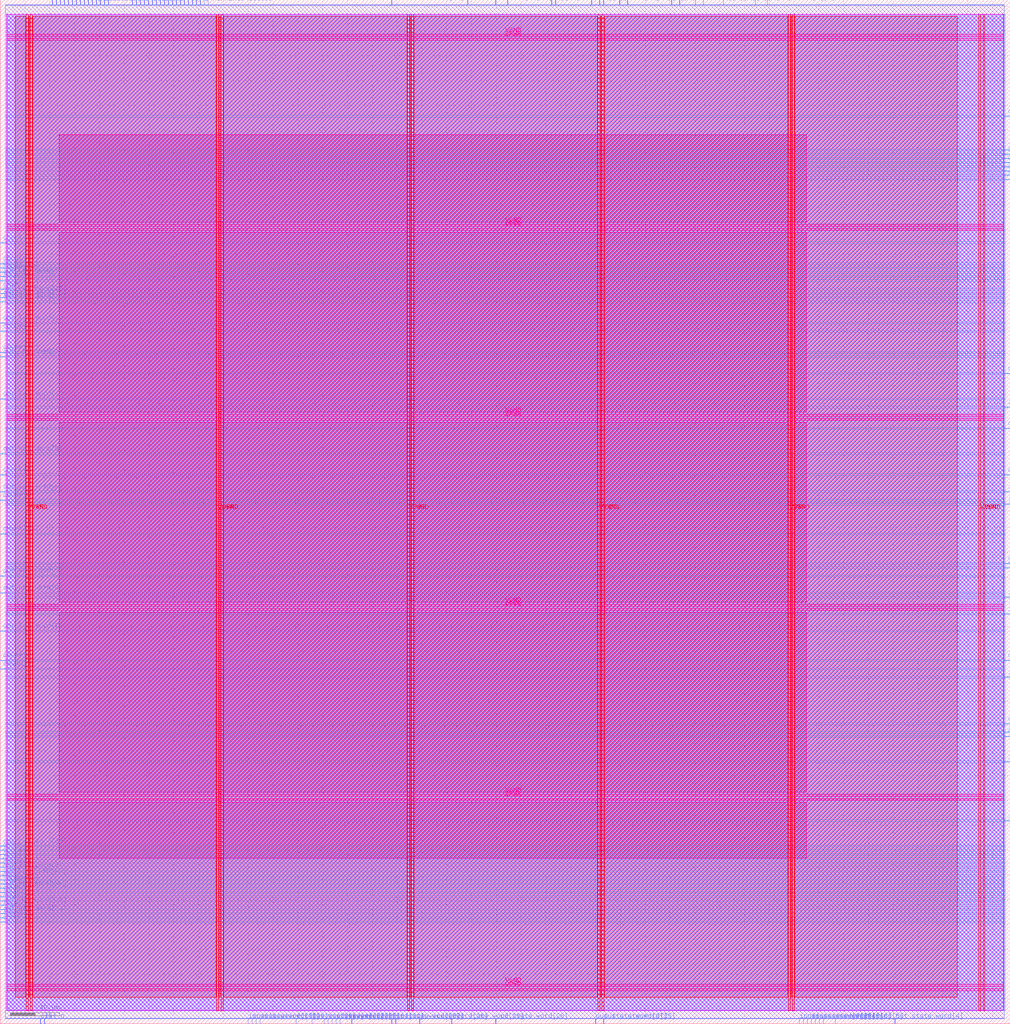
<source format=lef>
VERSION 5.7 ;
  NOWIREEXTENSIONATPIN ON ;
  DIVIDERCHAR "/" ;
  BUSBITCHARS "[]" ;
MACRO asic_top
  CLASS BLOCK ;
  FOREIGN asic_top ;
  ORIGIN 0.000 0.000 ;
  SIZE 814.290 BY 825.010 ;
  PIN VGND
    DIRECTION INOUT ;
    USE GROUND ;
    PORT
      LAYER met4 ;
        RECT 24.340 10.640 25.940 813.520 ;
    END
    PORT
      LAYER met4 ;
        RECT 177.940 10.640 179.540 813.520 ;
    END
    PORT
      LAYER met4 ;
        RECT 331.540 10.640 333.140 813.520 ;
    END
    PORT
      LAYER met4 ;
        RECT 485.140 10.640 486.740 813.520 ;
    END
    PORT
      LAYER met4 ;
        RECT 638.740 10.640 640.340 813.520 ;
    END
    PORT
      LAYER met4 ;
        RECT 792.340 10.640 793.940 813.520 ;
    END
    PORT
      LAYER met5 ;
        RECT 5.280 30.030 808.920 31.630 ;
    END
    PORT
      LAYER met5 ;
        RECT 5.280 183.210 808.920 184.810 ;
    END
    PORT
      LAYER met5 ;
        RECT 5.280 336.390 808.920 337.990 ;
    END
    PORT
      LAYER met5 ;
        RECT 5.280 489.570 808.920 491.170 ;
    END
    PORT
      LAYER met5 ;
        RECT 5.280 642.750 808.920 644.350 ;
    END
    PORT
      LAYER met5 ;
        RECT 5.280 795.930 808.920 797.530 ;
    END
  END VGND
  PIN VPWR
    DIRECTION INOUT ;
    USE POWER ;
    PORT
      LAYER met4 ;
        RECT 21.040 10.640 22.640 813.520 ;
    END
    PORT
      LAYER met4 ;
        RECT 174.640 10.640 176.240 813.520 ;
    END
    PORT
      LAYER met4 ;
        RECT 328.240 10.640 329.840 813.520 ;
    END
    PORT
      LAYER met4 ;
        RECT 481.840 10.640 483.440 813.520 ;
    END
    PORT
      LAYER met4 ;
        RECT 635.440 10.640 637.040 813.520 ;
    END
    PORT
      LAYER met4 ;
        RECT 789.040 10.640 790.640 813.520 ;
    END
    PORT
      LAYER met5 ;
        RECT 5.280 26.730 808.920 28.330 ;
    END
    PORT
      LAYER met5 ;
        RECT 5.280 179.910 808.920 181.510 ;
    END
    PORT
      LAYER met5 ;
        RECT 5.280 333.090 808.920 334.690 ;
    END
    PORT
      LAYER met5 ;
        RECT 5.280 486.270 808.920 487.870 ;
    END
    PORT
      LAYER met5 ;
        RECT 5.280 639.450 808.920 641.050 ;
    END
    PORT
      LAYER met5 ;
        RECT 5.280 792.630 808.920 794.230 ;
    END
  END VPWR
  PIN busy
    DIRECTION OUTPUT ;
    USE SIGNAL ;
    ANTENNADIFFAREA 0.445500 ;
    PORT
      LAYER met2 ;
        RECT 122.450 821.010 122.730 825.010 ;
    END
  END busy
  PIN chunk[0]
    DIRECTION INPUT ;
    USE SIGNAL ;
    ANTENNAGATEAREA 0.196500 ;
    PORT
      LAYER met3 ;
        RECT 0.000 292.440 4.000 293.040 ;
    END
  END chunk[0]
  PIN chunk[10]
    DIRECTION INPUT ;
    USE SIGNAL ;
    ANTENNAGATEAREA 0.196500 ;
    PORT
      LAYER met3 ;
        RECT 0.000 540.640 4.000 541.240 ;
    END
  END chunk[10]
  PIN chunk[11]
    DIRECTION INPUT ;
    USE SIGNAL ;
    ANTENNAGATEAREA 0.196500 ;
    PORT
      LAYER met3 ;
        RECT 0.000 557.640 4.000 558.240 ;
    END
  END chunk[11]
  PIN chunk[12]
    DIRECTION INPUT ;
    USE SIGNAL ;
    ANTENNAGATEAREA 0.196500 ;
    PORT
      LAYER met3 ;
        RECT 0.000 598.440 4.000 599.040 ;
    END
  END chunk[12]
  PIN chunk[13]
    DIRECTION INPUT ;
    USE SIGNAL ;
    ANTENNAGATEAREA 0.196500 ;
    PORT
      LAYER met3 ;
        RECT 0.000 629.040 4.000 629.640 ;
    END
  END chunk[13]
  PIN chunk[14]
    DIRECTION INPUT ;
    USE SIGNAL ;
    ANTENNAGATEAREA 0.196500 ;
    PORT
      LAYER met3 ;
        RECT 0.000 612.040 4.000 612.640 ;
    END
  END chunk[14]
  PIN chunk[15]
    DIRECTION INPUT ;
    USE SIGNAL ;
    ANTENNAGATEAREA 0.196500 ;
    PORT
      LAYER met2 ;
        RECT 87.030 821.010 87.310 825.010 ;
    END
  END chunk[15]
  PIN chunk[16]
    DIRECTION INPUT ;
    USE SIGNAL ;
    ANTENNAGATEAREA 0.196500 ;
    PORT
      LAYER met3 ;
        RECT 0.000 605.240 4.000 605.840 ;
    END
  END chunk[16]
  PIN chunk[17]
    DIRECTION INPUT ;
    USE SIGNAL ;
    ANTENNAGATEAREA 0.196500 ;
    PORT
      LAYER met2 ;
        RECT 106.350 821.010 106.630 825.010 ;
    END
  END chunk[17]
  PIN chunk[18]
    DIRECTION INPUT ;
    USE SIGNAL ;
    ANTENNAGATEAREA 0.196500 ;
    PORT
      LAYER met3 ;
        RECT 0.000 608.640 4.000 609.240 ;
    END
  END chunk[18]
  PIN chunk[19]
    DIRECTION INPUT ;
    USE SIGNAL ;
    ANTENNAGATEAREA 0.196500 ;
    PORT
      LAYER met2 ;
        RECT 112.790 821.010 113.070 825.010 ;
    END
  END chunk[19]
  PIN chunk[1]
    DIRECTION INPUT ;
    USE SIGNAL ;
    ANTENNAGATEAREA 0.196500 ;
    PORT
      LAYER met3 ;
        RECT 0.000 285.640 4.000 286.240 ;
    END
  END chunk[1]
  PIN chunk[20]
    DIRECTION INPUT ;
    USE SIGNAL ;
    ANTENNAGATEAREA 0.196500 ;
    PORT
      LAYER met2 ;
        RECT 116.010 821.010 116.290 825.010 ;
    END
  END chunk[20]
  PIN chunk[21]
    DIRECTION INPUT ;
    USE SIGNAL ;
    ANTENNAGATEAREA 0.196500 ;
    PORT
      LAYER met2 ;
        RECT 119.230 821.010 119.510 825.010 ;
    END
  END chunk[21]
  PIN chunk[22]
    DIRECTION INPUT ;
    USE SIGNAL ;
    ANTENNAGATEAREA 0.196500 ;
    PORT
      LAYER met2 ;
        RECT 109.570 821.010 109.850 825.010 ;
    END
  END chunk[22]
  PIN chunk[23]
    DIRECTION INPUT ;
    USE SIGNAL ;
    ANTENNAGATEAREA 0.196500 ;
    PORT
      LAYER met3 ;
        RECT 0.000 591.640 4.000 592.240 ;
    END
  END chunk[23]
  PIN chunk[24]
    DIRECTION INPUT ;
    USE SIGNAL ;
    ANTENNAGATEAREA 0.126000 ;
    PORT
      LAYER met3 ;
        RECT 0.000 394.440 4.000 395.040 ;
    END
  END chunk[24]
  PIN chunk[25]
    DIRECTION INPUT ;
    USE SIGNAL ;
    ANTENNAGATEAREA 0.196500 ;
    PORT
      LAYER met3 ;
        RECT 0.000 81.640 4.000 82.240 ;
    END
  END chunk[25]
  PIN chunk[26]
    DIRECTION INPUT ;
    USE SIGNAL ;
    ANTENNAGATEAREA 0.196500 ;
    PORT
      LAYER met3 ;
        RECT 0.000 112.240 4.000 112.840 ;
    END
  END chunk[26]
  PIN chunk[27]
    DIRECTION INPUT ;
    USE SIGNAL ;
    ANTENNAGATEAREA 0.196500 ;
    PORT
      LAYER met3 ;
        RECT 0.000 129.240 4.000 129.840 ;
    END
  END chunk[27]
  PIN chunk[28]
    DIRECTION INPUT ;
    USE SIGNAL ;
    ANTENNAGATEAREA 0.196500 ;
    PORT
      LAYER met3 ;
        RECT 0.000 115.640 4.000 116.240 ;
    END
  END chunk[28]
  PIN chunk[29]
    DIRECTION INPUT ;
    USE SIGNAL ;
    ANTENNAGATEAREA 0.196500 ;
    PORT
      LAYER met3 ;
        RECT 0.000 91.840 4.000 92.440 ;
    END
  END chunk[29]
  PIN chunk[2]
    DIRECTION INPUT ;
    USE SIGNAL ;
    ANTENNAGATEAREA 0.196500 ;
    PORT
      LAYER met3 ;
        RECT 0.000 85.040 4.000 85.640 ;
    END
  END chunk[2]
  PIN chunk[30]
    DIRECTION INPUT ;
    USE SIGNAL ;
    ANTENNAGATEAREA 0.196500 ;
    PORT
      LAYER met3 ;
        RECT 0.000 139.440 4.000 140.040 ;
    END
  END chunk[30]
  PIN chunk[31]
    DIRECTION INPUT ;
    USE SIGNAL ;
    ANTENNAGATEAREA 0.196500 ;
    PORT
      LAYER met3 ;
        RECT 0.000 105.440 4.000 106.040 ;
    END
  END chunk[31]
  PIN chunk[3]
    DIRECTION INPUT ;
    USE SIGNAL ;
    ANTENNAGATEAREA 0.196500 ;
    PORT
      LAYER met3 ;
        RECT 0.000 136.040 4.000 136.640 ;
    END
  END chunk[3]
  PIN chunk[4]
    DIRECTION INPUT ;
    USE SIGNAL ;
    ANTENNAGATEAREA 0.196500 ;
    PORT
      LAYER met3 ;
        RECT 0.000 102.040 4.000 102.640 ;
    END
  END chunk[4]
  PIN chunk[5]
    DIRECTION INPUT ;
    USE SIGNAL ;
    ANTENNAGATEAREA 0.196500 ;
    PORT
      LAYER met3 ;
        RECT 0.000 98.640 4.000 99.240 ;
    END
  END chunk[5]
  PIN chunk[6]
    DIRECTION INPUT ;
    USE SIGNAL ;
    ANTENNAGATEAREA 0.196500 ;
    PORT
      LAYER met3 ;
        RECT 0.000 125.840 4.000 126.440 ;
    END
  END chunk[6]
  PIN chunk[7]
    DIRECTION INPUT ;
    USE SIGNAL ;
    ANTENNAGATEAREA 0.196500 ;
    PORT
      LAYER met3 ;
        RECT 0.000 132.640 4.000 133.240 ;
    END
  END chunk[7]
  PIN chunk[8]
    DIRECTION INPUT ;
    USE SIGNAL ;
    ANTENNAGATEAREA 0.196500 ;
    PORT
      LAYER met3 ;
        RECT 0.000 421.640 4.000 422.240 ;
    END
  END chunk[8]
  PIN chunk[9]
    DIRECTION INPUT ;
    USE SIGNAL ;
    ANTENNAGATEAREA 0.196500 ;
    PORT
      LAYER met3 ;
        RECT 0.000 442.040 4.000 442.640 ;
    END
  END chunk[9]
  PIN chunk_index[0]
    DIRECTION OUTPUT ;
    USE SIGNAL ;
    ANTENNADIFFAREA 0.445500 ;
    PORT
      LAYER met2 ;
        RECT 80.590 821.010 80.870 825.010 ;
    END
  END chunk_index[0]
  PIN chunk_index[1]
    DIRECTION OUTPUT ;
    USE SIGNAL ;
    ANTENNADIFFAREA 0.445500 ;
    PORT
      LAYER met2 ;
        RECT 41.950 821.010 42.230 825.010 ;
    END
  END chunk_index[1]
  PIN chunk_index[2]
    DIRECTION OUTPUT ;
    USE SIGNAL ;
    ANTENNADIFFAREA 0.445500 ;
    PORT
      LAYER met2 ;
        RECT 64.490 821.010 64.770 825.010 ;
    END
  END chunk_index[2]
  PIN chunk_index[3]
    DIRECTION OUTPUT ;
    USE SIGNAL ;
    ANTENNADIFFAREA 0.445500 ;
    PORT
      LAYER met2 ;
        RECT 48.390 821.010 48.670 825.010 ;
    END
  END chunk_index[3]
  PIN chunk_index[4]
    DIRECTION OUTPUT ;
    USE SIGNAL ;
    ANTENNADIFFAREA 0.445500 ;
    PORT
      LAYER met2 ;
        RECT 51.610 821.010 51.890 825.010 ;
    END
  END chunk_index[4]
  PIN chunk_request
    DIRECTION OUTPUT ;
    USE SIGNAL ;
    ANTENNADIFFAREA 0.445500 ;
    PORT
      LAYER met2 ;
        RECT 45.170 821.010 45.450 825.010 ;
    END
  END chunk_request
  PIN chunk_type[0]
    DIRECTION INPUT ;
    USE SIGNAL ;
    ANTENNAGATEAREA 0.196500 ;
    PORT
      LAYER met2 ;
        RECT 58.050 821.010 58.330 825.010 ;
    END
  END chunk_type[0]
  PIN chunk_type[1]
    DIRECTION INPUT ;
    USE SIGNAL ;
    ANTENNAGATEAREA 0.196500 ;
    PORT
      LAYER met2 ;
        RECT 77.370 821.010 77.650 825.010 ;
    END
  END chunk_type[1]
  PIN chunk_valid
    DIRECTION INPUT ;
    USE SIGNAL ;
    ANTENNAGATEAREA 0.196500 ;
    PORT
      LAYER met2 ;
        RECT 67.710 821.010 67.990 825.010 ;
    END
  END chunk_valid
  PIN clk
    DIRECTION INPUT ;
    USE SIGNAL ;
    ANTENNAGATEAREA 1.721400 ;
    ANTENNADIFFAREA 0.869400 ;
    PORT
      LAYER met2 ;
        RECT 32.290 0.000 32.570 4.000 ;
    END
  END clk
  PIN done
    DIRECTION OUTPUT ;
    USE SIGNAL ;
    ANTENNADIFFAREA 0.445500 ;
    PORT
      LAYER met2 ;
        RECT 141.770 821.010 142.050 825.010 ;
    END
  END done
  PIN in_state_ready
    DIRECTION OUTPUT ;
    USE SIGNAL ;
    ANTENNADIFFAREA 0.445500 ;
    PORT
      LAYER met2 ;
        RECT 128.890 821.010 129.170 825.010 ;
    END
  END in_state_ready
  PIN in_state_valid
    DIRECTION INPUT ;
    USE SIGNAL ;
    ANTENNAGATEAREA 0.196500 ;
    PORT
      LAYER met2 ;
        RECT 148.210 821.010 148.490 825.010 ;
    END
  END in_state_valid
  PIN in_state_word[0]
    DIRECTION INPUT ;
    USE SIGNAL ;
    ANTENNAGATEAREA 0.196500 ;
    PORT
      LAYER met3 ;
        RECT 810.290 329.840 814.290 330.440 ;
    END
  END in_state_word[0]
  PIN in_state_word[10]
    DIRECTION INPUT ;
    USE SIGNAL ;
    ANTENNAGATEAREA 0.196500 ;
    PORT
      LAYER met3 ;
        RECT 810.290 496.440 814.290 497.040 ;
    END
  END in_state_word[10]
  PIN in_state_word[11]
    DIRECTION INPUT ;
    USE SIGNAL ;
    ANTENNAGATEAREA 0.126000 ;
    PORT
      LAYER met3 ;
        RECT 810.290 697.040 814.290 697.640 ;
    END
  END in_state_word[11]
  PIN in_state_word[12]
    DIRECTION INPUT ;
    USE SIGNAL ;
    ANTENNAGATEAREA 0.196500 ;
    PORT
      LAYER met3 ;
        RECT 810.290 683.440 814.290 684.040 ;
    END
  END in_state_word[12]
  PIN in_state_word[13]
    DIRECTION INPUT ;
    USE SIGNAL ;
    ANTENNAGATEAREA 0.126000 ;
    PORT
      LAYER met3 ;
        RECT 810.290 690.240 814.290 690.840 ;
    END
  END in_state_word[13]
  PIN in_state_word[14]
    DIRECTION INPUT ;
    USE SIGNAL ;
    ANTENNAGATEAREA 0.213000 ;
    PORT
      LAYER met3 ;
        RECT 810.290 703.840 814.290 704.440 ;
    END
  END in_state_word[14]
  PIN in_state_word[15]
    DIRECTION INPUT ;
    USE SIGNAL ;
    ANTENNAGATEAREA 0.196500 ;
    PORT
      LAYER met2 ;
        RECT 618.330 821.010 618.610 825.010 ;
    END
  END in_state_word[15]
  PIN in_state_word[16]
    DIRECTION INPUT ;
    USE SIGNAL ;
    ANTENNAGATEAREA 0.196500 ;
    PORT
      LAYER met2 ;
        RECT 547.490 821.010 547.770 825.010 ;
    END
  END in_state_word[16]
  PIN in_state_word[17]
    DIRECTION INPUT ;
    USE SIGNAL ;
    ANTENNAGATEAREA 0.196500 ;
    PORT
      LAYER met2 ;
        RECT 499.190 821.010 499.470 825.010 ;
    END
  END in_state_word[17]
  PIN in_state_word[18]
    DIRECTION INPUT ;
    USE SIGNAL ;
    ANTENNAGATEAREA 0.196500 ;
    PORT
      LAYER met2 ;
        RECT 399.370 821.010 399.650 825.010 ;
    END
  END in_state_word[18]
  PIN in_state_word[19]
    DIRECTION INPUT ;
    USE SIGNAL ;
    ANTENNAGATEAREA 0.196500 ;
    PORT
      LAYER met2 ;
        RECT 486.310 821.010 486.590 825.010 ;
    END
  END in_state_word[19]
  PIN in_state_word[1]
    DIRECTION INPUT ;
    USE SIGNAL ;
    ANTENNAGATEAREA 0.196500 ;
    PORT
      LAYER met3 ;
        RECT 810.290 343.440 814.290 344.040 ;
    END
  END in_state_word[1]
  PIN in_state_word[20]
    DIRECTION INPUT ;
    USE SIGNAL ;
    ANTENNAGATEAREA 0.196500 ;
    PORT
      LAYER met2 ;
        RECT 476.650 821.010 476.930 825.010 ;
    END
  END in_state_word[20]
  PIN in_state_word[21]
    DIRECTION INPUT ;
    USE SIGNAL ;
    ANTENNAGATEAREA 0.196500 ;
    PORT
      LAYER met2 ;
        RECT 505.630 821.010 505.910 825.010 ;
    END
  END in_state_word[21]
  PIN in_state_word[22]
    DIRECTION INPUT ;
    USE SIGNAL ;
    ANTENNAGATEAREA 0.213000 ;
    PORT
      LAYER met2 ;
        RECT 566.810 821.010 567.090 825.010 ;
    END
  END in_state_word[22]
  PIN in_state_word[23]
    DIRECTION INPUT ;
    USE SIGNAL ;
    ANTENNAGATEAREA 0.213000 ;
    PORT
      LAYER met2 ;
        RECT 582.910 821.010 583.190 825.010 ;
    END
  END in_state_word[23]
  PIN in_state_word[24]
    DIRECTION INPUT ;
    USE SIGNAL ;
    ANTENNAGATEAREA 0.126000 ;
    PORT
      LAYER met2 ;
        RECT 653.750 0.000 654.030 4.000 ;
    END
  END in_state_word[24]
  PIN in_state_word[25]
    DIRECTION INPUT ;
    USE SIGNAL ;
    ANTENNAGATEAREA 0.196500 ;
    PORT
      LAYER met2 ;
        RECT 315.650 0.000 315.930 4.000 ;
    END
  END in_state_word[25]
  PIN in_state_word[26]
    DIRECTION INPUT ;
    USE SIGNAL ;
    ANTENNAGATEAREA 0.126000 ;
    PORT
      LAYER met2 ;
        RECT 644.090 0.000 644.370 4.000 ;
    END
  END in_state_word[26]
  PIN in_state_word[27]
    DIRECTION INPUT ;
    USE SIGNAL ;
    ANTENNAGATEAREA 0.196500 ;
    PORT
      LAYER met2 ;
        RECT 318.870 0.000 319.150 4.000 ;
    END
  END in_state_word[27]
  PIN in_state_word[28]
    DIRECTION INPUT ;
    USE SIGNAL ;
    ANTENNAGATEAREA 0.196500 ;
    PORT
      LAYER met2 ;
        RECT 338.190 0.000 338.470 4.000 ;
    END
  END in_state_word[28]
  PIN in_state_word[29]
    DIRECTION INPUT ;
    USE SIGNAL ;
    ANTENNAGATEAREA 0.196500 ;
    PORT
      LAYER met2 ;
        RECT 209.390 0.000 209.670 4.000 ;
    END
  END in_state_word[29]
  PIN in_state_word[2]
    DIRECTION INPUT ;
    USE SIGNAL ;
    ANTENNAGATEAREA 0.196500 ;
    PORT
      LAYER met3 ;
        RECT 810.290 278.840 814.290 279.440 ;
    END
  END in_state_word[2]
  PIN in_state_word[30]
    DIRECTION INPUT ;
    USE SIGNAL ;
    ANTENNAGATEAREA 0.196500 ;
    PORT
      LAYER met2 ;
        RECT 202.950 0.000 203.230 4.000 ;
    END
  END in_state_word[30]
  PIN in_state_word[31]
    DIRECTION INPUT ;
    USE SIGNAL ;
    ANTENNAGATEAREA 0.196500 ;
    PORT
      LAYER met2 ;
        RECT 199.730 0.000 200.010 4.000 ;
    END
  END in_state_word[31]
  PIN in_state_word[3]
    DIRECTION INPUT ;
    USE SIGNAL ;
    ANTENNAGATEAREA 0.196500 ;
    PORT
      LAYER met3 ;
        RECT 810.290 210.840 814.290 211.440 ;
    END
  END in_state_word[3]
  PIN in_state_word[4]
    DIRECTION INPUT ;
    USE SIGNAL ;
    ANTENNAGATEAREA 0.213000 ;
    PORT
      LAYER met2 ;
        RECT 656.970 0.000 657.250 4.000 ;
    END
  END in_state_word[4]
  PIN in_state_word[5]
    DIRECTION INPUT ;
    USE SIGNAL ;
    ANTENNAGATEAREA 0.196500 ;
    PORT
      LAYER met3 ;
        RECT 810.290 163.240 814.290 163.840 ;
    END
  END in_state_word[5]
  PIN in_state_word[6]
    DIRECTION INPUT ;
    USE SIGNAL ;
    ANTENNAGATEAREA 0.196500 ;
    PORT
      LAYER met2 ;
        RECT 660.190 0.000 660.470 4.000 ;
    END
  END in_state_word[6]
  PIN in_state_word[7]
    DIRECTION INPUT ;
    USE SIGNAL ;
    ANTENNAGATEAREA 0.196500 ;
    PORT
      LAYER met3 ;
        RECT 810.290 234.640 814.290 235.240 ;
    END
  END in_state_word[7]
  PIN in_state_word[8]
    DIRECTION INPUT ;
    USE SIGNAL ;
    ANTENNAGATEAREA 0.196500 ;
    PORT
      LAYER met3 ;
        RECT 810.290 418.240 814.290 418.840 ;
    END
  END in_state_word[8]
  PIN in_state_word[9]
    DIRECTION INPUT ;
    USE SIGNAL ;
    ANTENNAGATEAREA 0.196500 ;
    PORT
      LAYER met3 ;
        RECT 810.290 428.440 814.290 429.040 ;
    END
  END in_state_word[9]
  PIN out_key_ready
    DIRECTION INPUT ;
    USE SIGNAL ;
    ANTENNAGATEAREA 0.196500 ;
    PORT
      LAYER met2 ;
        RECT 138.550 821.010 138.830 825.010 ;
    END
  END out_key_ready
  PIN out_key_valid
    DIRECTION OUTPUT ;
    USE SIGNAL ;
    ANTENNADIFFAREA 0.445500 ;
    PORT
      LAYER met2 ;
        RECT 157.870 821.010 158.150 825.010 ;
    END
  END out_key_valid
  PIN out_key_word[0]
    DIRECTION OUTPUT ;
    USE SIGNAL ;
    ANTENNADIFFAREA 0.445500 ;
    PORT
      LAYER met3 ;
        RECT 0.000 346.840 4.000 347.440 ;
    END
  END out_key_word[0]
  PIN out_key_word[10]
    DIRECTION OUTPUT ;
    USE SIGNAL ;
    ANTENNADIFFAREA 0.445500 ;
    PORT
      LAYER met3 ;
        RECT 0.000 503.240 4.000 503.840 ;
    END
  END out_key_word[10]
  PIN out_key_word[11]
    DIRECTION OUTPUT ;
    USE SIGNAL ;
    ANTENNADIFFAREA 0.445500 ;
    PORT
      LAYER met3 ;
        RECT 0.000 537.240 4.000 537.840 ;
    END
  END out_key_word[11]
  PIN out_key_word[12]
    DIRECTION OUTPUT ;
    USE SIGNAL ;
    ANTENNADIFFAREA 0.445500 ;
    PORT
      LAYER met3 ;
        RECT 0.000 601.840 4.000 602.440 ;
    END
  END out_key_word[12]
  PIN out_key_word[13]
    DIRECTION OUTPUT ;
    USE SIGNAL ;
    ANTENNADIFFAREA 0.445500 ;
    PORT
      LAYER met2 ;
        RECT 144.990 821.010 145.270 825.010 ;
    END
  END out_key_word[13]
  PIN out_key_word[14]
    DIRECTION OUTPUT ;
    USE SIGNAL ;
    ANTENNADIFFAREA 0.445500 ;
    PORT
      LAYER met3 ;
        RECT 0.000 564.440 4.000 565.040 ;
    END
  END out_key_word[14]
  PIN out_key_word[15]
    DIRECTION OUTPUT ;
    USE SIGNAL ;
    ANTENNADIFFAREA 0.445500 ;
    PORT
      LAYER met2 ;
        RECT 167.530 821.010 167.810 825.010 ;
    END
  END out_key_word[15]
  PIN out_key_word[16]
    DIRECTION OUTPUT ;
    USE SIGNAL ;
    ANTENNADIFFAREA 0.445500 ;
    PORT
      LAYER met3 ;
        RECT 0.000 588.240 4.000 588.840 ;
    END
  END out_key_word[16]
  PIN out_key_word[17]
    DIRECTION OUTPUT ;
    USE SIGNAL ;
    ANTENNADIFFAREA 0.445500 ;
    PORT
      LAYER met2 ;
        RECT 161.090 821.010 161.370 825.010 ;
    END
  END out_key_word[17]
  PIN out_key_word[18]
    DIRECTION OUTPUT ;
    USE SIGNAL ;
    ANTENNADIFFAREA 0.445500 ;
    PORT
      LAYER met3 ;
        RECT 0.000 581.440 4.000 582.040 ;
    END
  END out_key_word[18]
  PIN out_key_word[19]
    DIRECTION OUTPUT ;
    USE SIGNAL ;
    ANTENNADIFFAREA 0.445500 ;
    PORT
      LAYER met2 ;
        RECT 135.330 821.010 135.610 825.010 ;
    END
  END out_key_word[19]
  PIN out_key_word[1]
    DIRECTION OUTPUT ;
    USE SIGNAL ;
    ANTENNADIFFAREA 0.445500 ;
    PORT
      LAYER met3 ;
        RECT 0.000 360.440 4.000 361.040 ;
    END
  END out_key_word[1]
  PIN out_key_word[20]
    DIRECTION OUTPUT ;
    USE SIGNAL ;
    ANTENNADIFFAREA 0.445500 ;
    PORT
      LAYER met2 ;
        RECT 151.430 821.010 151.710 825.010 ;
    END
  END out_key_word[20]
  PIN out_key_word[21]
    DIRECTION OUTPUT ;
    USE SIGNAL ;
    ANTENNADIFFAREA 0.445500 ;
    PORT
      LAYER met2 ;
        RECT 125.670 821.010 125.950 825.010 ;
    END
  END out_key_word[21]
  PIN out_key_word[22]
    DIRECTION OUTPUT ;
    USE SIGNAL ;
    ANTENNADIFFAREA 0.445500 ;
    PORT
      LAYER met2 ;
        RECT 164.310 821.010 164.590 825.010 ;
    END
  END out_key_word[22]
  PIN out_key_word[23]
    DIRECTION OUTPUT ;
    USE SIGNAL ;
    ANTENNADIFFAREA 0.445500 ;
    PORT
      LAYER met3 ;
        RECT 0.000 584.840 4.000 585.440 ;
    END
  END out_key_word[23]
  PIN out_key_word[24]
    DIRECTION OUTPUT ;
    USE SIGNAL ;
    ANTENNADIFFAREA 0.445500 ;
    PORT
      LAYER met3 ;
        RECT 0.000 88.440 4.000 89.040 ;
    END
  END out_key_word[24]
  PIN out_key_word[25]
    DIRECTION OUTPUT ;
    USE SIGNAL ;
    ANTENNADIFFAREA 0.445500 ;
    PORT
      LAYER met2 ;
        RECT 270.570 0.000 270.850 4.000 ;
    END
  END out_key_word[25]
  PIN out_key_word[26]
    DIRECTION OUTPUT ;
    USE SIGNAL ;
    ANTENNADIFFAREA 0.445500 ;
    PORT
      LAYER met2 ;
        RECT 267.350 0.000 267.630 4.000 ;
    END
  END out_key_word[26]
  PIN out_key_word[27]
    DIRECTION OUTPUT ;
    USE SIGNAL ;
    ANTENNADIFFAREA 0.445500 ;
    PORT
      LAYER met2 ;
        RECT 264.130 0.000 264.410 4.000 ;
    END
  END out_key_word[27]
  PIN out_key_word[28]
    DIRECTION OUTPUT ;
    USE SIGNAL ;
    ANTENNADIFFAREA 0.445500 ;
    PORT
      LAYER met3 ;
        RECT 0.000 142.840 4.000 143.440 ;
    END
  END out_key_word[28]
  PIN out_key_word[29]
    DIRECTION OUTPUT ;
    USE SIGNAL ;
    ANTENNADIFFAREA 0.445500 ;
    PORT
      LAYER met3 ;
        RECT 0.000 119.040 4.000 119.640 ;
    END
  END out_key_word[29]
  PIN out_key_word[2]
    DIRECTION OUTPUT ;
    USE SIGNAL ;
    ANTENNADIFFAREA 0.445500 ;
    PORT
      LAYER met3 ;
        RECT 0.000 316.240 4.000 316.840 ;
    END
  END out_key_word[2]
  PIN out_key_word[30]
    DIRECTION OUTPUT ;
    USE SIGNAL ;
    ANTENNADIFFAREA 0.445500 ;
    PORT
      LAYER met3 ;
        RECT 0.000 108.840 4.000 109.440 ;
    END
  END out_key_word[30]
  PIN out_key_word[31]
    DIRECTION OUTPUT ;
    USE SIGNAL ;
    ANTENNADIFFAREA 0.445500 ;
    PORT
      LAYER met3 ;
        RECT 0.000 95.240 4.000 95.840 ;
    END
  END out_key_word[31]
  PIN out_key_word[3]
    DIRECTION OUTPUT ;
    USE SIGNAL ;
    ANTENNADIFFAREA 0.445500 ;
    PORT
      LAYER met2 ;
        RECT 206.170 0.000 206.450 4.000 ;
    END
  END out_key_word[3]
  PIN out_key_word[4]
    DIRECTION OUTPUT ;
    USE SIGNAL ;
    ANTENNADIFFAREA 0.445500 ;
    PORT
      LAYER met2 ;
        RECT 251.250 0.000 251.530 4.000 ;
    END
  END out_key_word[4]
  PIN out_key_word[5]
    DIRECTION OUTPUT ;
    USE SIGNAL ;
    ANTENNADIFFAREA 0.445500 ;
    PORT
      LAYER met2 ;
        RECT 260.910 0.000 261.190 4.000 ;
    END
  END out_key_word[5]
  PIN out_key_word[6]
    DIRECTION OUTPUT ;
    USE SIGNAL ;
    ANTENNADIFFAREA 0.445500 ;
    PORT
      LAYER met2 ;
        RECT 238.370 0.000 238.650 4.000 ;
    END
  END out_key_word[6]
  PIN out_key_word[7]
    DIRECTION OUTPUT ;
    USE SIGNAL ;
    ANTENNADIFFAREA 0.445500 ;
    PORT
      LAYER met3 ;
        RECT 0.000 122.440 4.000 123.040 ;
    END
  END out_key_word[7]
  PIN out_key_word[8]
    DIRECTION OUTPUT ;
    USE SIGNAL ;
    ANTENNADIFFAREA 0.445500 ;
    PORT
      LAYER met3 ;
        RECT 0.000 428.440 4.000 429.040 ;
    END
  END out_key_word[8]
  PIN out_key_word[9]
    DIRECTION OUTPUT ;
    USE SIGNAL ;
    ANTENNADIFFAREA 0.445500 ;
    PORT
      LAYER met3 ;
        RECT 0.000 459.040 4.000 459.640 ;
    END
  END out_key_word[9]
  PIN out_state_ready
    DIRECTION INPUT ;
    USE SIGNAL ;
    ANTENNAGATEAREA 0.196500 ;
    PORT
      LAYER met2 ;
        RECT 132.110 821.010 132.390 825.010 ;
    END
  END out_state_ready
  PIN out_state_valid
    DIRECTION OUTPUT ;
    USE SIGNAL ;
    ANTENNADIFFAREA 0.445500 ;
    PORT
      LAYER met3 ;
        RECT 810.290 731.040 814.290 731.640 ;
    END
  END out_state_valid
  PIN out_state_word[0]
    DIRECTION OUTPUT ;
    USE SIGNAL ;
    ANTENNADIFFAREA 0.445500 ;
    PORT
      LAYER met3 ;
        RECT 810.290 367.240 814.290 367.840 ;
    END
  END out_state_word[0]
  PIN out_state_word[10]
    DIRECTION OUTPUT ;
    USE SIGNAL ;
    ANTENNADIFFAREA 0.445500 ;
    PORT
      LAYER met3 ;
        RECT 810.290 523.640 814.290 524.240 ;
    END
  END out_state_word[10]
  PIN out_state_word[11]
    DIRECTION OUTPUT ;
    USE SIGNAL ;
    ANTENNADIFFAREA 0.445500 ;
    PORT
      LAYER met3 ;
        RECT 810.290 686.840 814.290 687.440 ;
    END
  END out_state_word[11]
  PIN out_state_word[12]
    DIRECTION OUTPUT ;
    USE SIGNAL ;
    ANTENNADIFFAREA 0.445500 ;
    PORT
      LAYER met3 ;
        RECT 810.290 680.040 814.290 680.640 ;
    END
  END out_state_word[12]
  PIN out_state_word[13]
    DIRECTION OUTPUT ;
    USE SIGNAL ;
    ANTENNADIFFAREA 0.445500 ;
    PORT
      LAYER met3 ;
        RECT 810.290 693.640 814.290 694.240 ;
    END
  END out_state_word[13]
  PIN out_state_word[14]
    DIRECTION OUTPUT ;
    USE SIGNAL ;
    ANTENNADIFFAREA 0.445500 ;
    PORT
      LAYER met3 ;
        RECT 810.290 700.440 814.290 701.040 ;
    END
  END out_state_word[14]
  PIN out_state_word[15]
    DIRECTION OUTPUT ;
    USE SIGNAL ;
    ANTENNADIFFAREA 0.445500 ;
    PORT
      LAYER met2 ;
        RECT 608.670 821.010 608.950 825.010 ;
    END
  END out_state_word[15]
  PIN out_state_word[16]
    DIRECTION OUTPUT ;
    USE SIGNAL ;
    ANTENNADIFFAREA 0.445500 ;
    PORT
      LAYER met2 ;
        RECT 541.050 821.010 541.330 825.010 ;
    END
  END out_state_word[16]
  PIN out_state_word[17]
    DIRECTION OUTPUT ;
    USE SIGNAL ;
    ANTENNADIFFAREA 0.445500 ;
    PORT
      LAYER met2 ;
        RECT 444.450 821.010 444.730 825.010 ;
    END
  END out_state_word[17]
  PIN out_state_word[18]
    DIRECTION OUTPUT ;
    USE SIGNAL ;
    ANTENNADIFFAREA 0.445500 ;
    PORT
      LAYER met2 ;
        RECT 376.830 821.010 377.110 825.010 ;
    END
  END out_state_word[18]
  PIN out_state_word[19]
    DIRECTION OUTPUT ;
    USE SIGNAL ;
    ANTENNADIFFAREA 0.445500 ;
    PORT
      LAYER met2 ;
        RECT 315.650 821.010 315.930 825.010 ;
    END
  END out_state_word[19]
  PIN out_state_word[1]
    DIRECTION OUTPUT ;
    USE SIGNAL ;
    ANTENNADIFFAREA 0.445500 ;
    PORT
      LAYER met3 ;
        RECT 810.290 370.640 814.290 371.240 ;
    END
  END out_state_word[1]
  PIN out_state_word[20]
    DIRECTION OUTPUT ;
    USE SIGNAL ;
    ANTENNADIFFAREA 0.445500 ;
    PORT
      LAYER met2 ;
        RECT 409.030 821.010 409.310 825.010 ;
    END
  END out_state_word[20]
  PIN out_state_word[21]
    DIRECTION OUTPUT ;
    USE SIGNAL ;
    ANTENNADIFFAREA 0.445500 ;
    PORT
      LAYER met2 ;
        RECT 447.670 821.010 447.950 825.010 ;
    END
  END out_state_word[21]
  PIN out_state_word[22]
    DIRECTION OUTPUT ;
    USE SIGNAL ;
    ANTENNADIFFAREA 0.445500 ;
    PORT
      LAYER met2 ;
        RECT 560.370 821.010 560.650 825.010 ;
    END
  END out_state_word[22]
  PIN out_state_word[23]
    DIRECTION OUTPUT ;
    USE SIGNAL ;
    ANTENNADIFFAREA 0.445500 ;
    PORT
      LAYER met2 ;
        RECT 483.090 821.010 483.370 825.010 ;
    END
  END out_state_word[23]
  PIN out_state_word[24]
    DIRECTION OUTPUT ;
    USE SIGNAL ;
    ANTENNADIFFAREA 0.445500 ;
    PORT
      LAYER met2 ;
        RECT 650.530 0.000 650.810 4.000 ;
    END
  END out_state_word[24]
  PIN out_state_word[25]
    DIRECTION OUTPUT ;
    USE SIGNAL ;
    ANTENNADIFFAREA 0.445500 ;
    PORT
      LAYER met2 ;
        RECT 486.310 0.000 486.590 4.000 ;
    END
  END out_state_word[25]
  PIN out_state_word[26]
    DIRECTION OUTPUT ;
    USE SIGNAL ;
    ANTENNADIFFAREA 0.445500 ;
    PORT
      LAYER met2 ;
        RECT 647.310 0.000 647.590 4.000 ;
    END
  END out_state_word[26]
  PIN out_state_word[27]
    DIRECTION OUTPUT ;
    USE SIGNAL ;
    ANTENNADIFFAREA 0.445500 ;
    PORT
      LAYER met2 ;
        RECT 479.870 0.000 480.150 4.000 ;
    END
  END out_state_word[27]
  PIN out_state_word[28]
    DIRECTION OUTPUT ;
    USE SIGNAL ;
    ANTENNADIFFAREA 0.445500 ;
    PORT
      LAYER met2 ;
        RECT 399.370 0.000 399.650 4.000 ;
    END
  END out_state_word[28]
  PIN out_state_word[29]
    DIRECTION OUTPUT ;
    USE SIGNAL ;
    ANTENNADIFFAREA 0.445500 ;
    PORT
      LAYER met2 ;
        RECT 363.950 0.000 364.230 4.000 ;
    END
  END out_state_word[29]
  PIN out_state_word[2]
    DIRECTION OUTPUT ;
    USE SIGNAL ;
    ANTENNADIFFAREA 0.445500 ;
    PORT
      LAYER met3 ;
        RECT 810.290 292.440 814.290 293.040 ;
    END
  END out_state_word[2]
  PIN out_state_word[30]
    DIRECTION OUTPUT ;
    USE SIGNAL ;
    ANTENNADIFFAREA 0.445500 ;
    PORT
      LAYER met2 ;
        RECT 283.450 0.000 283.730 4.000 ;
    END
  END out_state_word[30]
  PIN out_state_word[31]
    DIRECTION OUTPUT ;
    USE SIGNAL ;
    ANTENNADIFFAREA 0.445500 ;
    PORT
      LAYER met2 ;
        RECT 273.790 0.000 274.070 4.000 ;
    END
  END out_state_word[31]
  PIN out_state_word[3]
    DIRECTION OUTPUT ;
    USE SIGNAL ;
    ANTENNADIFFAREA 0.445500 ;
    PORT
      LAYER met3 ;
        RECT 810.290 231.240 814.290 231.840 ;
    END
  END out_state_word[3]
  PIN out_state_word[4]
    DIRECTION OUTPUT ;
    USE SIGNAL ;
    ANTENNADIFFAREA 0.445500 ;
    PORT
      LAYER met2 ;
        RECT 721.370 0.000 721.650 4.000 ;
    END
  END out_state_word[4]
  PIN out_state_word[5]
    DIRECTION OUTPUT ;
    USE SIGNAL ;
    ANTENNADIFFAREA 0.445500 ;
    PORT
      LAYER met2 ;
        RECT 673.070 0.000 673.350 4.000 ;
    END
  END out_state_word[5]
  PIN out_state_word[6]
    DIRECTION OUTPUT ;
    USE SIGNAL ;
    ANTENNADIFFAREA 0.445500 ;
    PORT
      LAYER met2 ;
        RECT 663.410 0.000 663.690 4.000 ;
    END
  END out_state_word[6]
  PIN out_state_word[7]
    DIRECTION OUTPUT ;
    USE SIGNAL ;
    ANTENNADIFFAREA 0.445500 ;
    PORT
      LAYER met3 ;
        RECT 810.290 241.440 814.290 242.040 ;
    END
  END out_state_word[7]
  PIN out_state_word[8]
    DIRECTION OUTPUT ;
    USE SIGNAL ;
    ANTENNADIFFAREA 0.445500 ;
    PORT
      LAYER met3 ;
        RECT 810.290 442.040 814.290 442.640 ;
    END
  END out_state_word[8]
  PIN out_state_word[9]
    DIRECTION OUTPUT ;
    USE SIGNAL ;
    ANTENNADIFFAREA 0.445500 ;
    PORT
      LAYER met3 ;
        RECT 810.290 479.440 814.290 480.040 ;
    END
  END out_state_word[9]
  PIN request_type[0]
    DIRECTION OUTPUT ;
    USE SIGNAL ;
    ANTENNADIFFAREA 0.445500 ;
    PORT
      LAYER met2 ;
        RECT 54.830 821.010 55.110 825.010 ;
    END
  END request_type[0]
  PIN request_type[1]
    DIRECTION OUTPUT ;
    USE SIGNAL ;
    ANTENNADIFFAREA 0.445500 ;
    PORT
      LAYER met2 ;
        RECT 61.270 821.010 61.550 825.010 ;
    END
  END request_type[1]
  PIN rst_n
    DIRECTION INPUT ;
    USE SIGNAL ;
    ANTENNAGATEAREA 0.126000 ;
    PORT
      LAYER met2 ;
        RECT 35.510 0.000 35.790 4.000 ;
    END
  END rst_n
  PIN start
    DIRECTION INPUT ;
    USE SIGNAL ;
    ANTENNAGATEAREA 0.213000 ;
    PORT
      LAYER met2 ;
        RECT 154.650 821.010 154.930 825.010 ;
    END
  END start
  PIN use_streamed_counter
    DIRECTION INPUT ;
    USE SIGNAL ;
    ANTENNAGATEAREA 0.196500 ;
    PORT
      LAYER met2 ;
        RECT 74.150 821.010 74.430 825.010 ;
    END
  END use_streamed_counter
  PIN use_streamed_key
    DIRECTION INPUT ;
    USE SIGNAL ;
    ANTENNAGATEAREA 0.196500 ;
    PORT
      LAYER met2 ;
        RECT 83.810 821.010 84.090 825.010 ;
    END
  END use_streamed_key
  PIN use_streamed_nonce
    DIRECTION INPUT ;
    USE SIGNAL ;
    ANTENNAGATEAREA 0.196500 ;
    PORT
      LAYER met2 ;
        RECT 70.930 821.010 71.210 825.010 ;
    END
  END use_streamed_nonce
  OBS
      LAYER nwell ;
        RECT 5.330 10.795 808.870 813.470 ;
      LAYER li1 ;
        RECT 5.520 10.795 808.680 813.365 ;
      LAYER met1 ;
        RECT 4.210 10.640 809.530 813.520 ;
      LAYER met2 ;
        RECT 4.230 820.730 41.670 821.010 ;
        RECT 42.510 820.730 44.890 821.010 ;
        RECT 45.730 820.730 48.110 821.010 ;
        RECT 48.950 820.730 51.330 821.010 ;
        RECT 52.170 820.730 54.550 821.010 ;
        RECT 55.390 820.730 57.770 821.010 ;
        RECT 58.610 820.730 60.990 821.010 ;
        RECT 61.830 820.730 64.210 821.010 ;
        RECT 65.050 820.730 67.430 821.010 ;
        RECT 68.270 820.730 70.650 821.010 ;
        RECT 71.490 820.730 73.870 821.010 ;
        RECT 74.710 820.730 77.090 821.010 ;
        RECT 77.930 820.730 80.310 821.010 ;
        RECT 81.150 820.730 83.530 821.010 ;
        RECT 84.370 820.730 86.750 821.010 ;
        RECT 87.590 820.730 106.070 821.010 ;
        RECT 106.910 820.730 109.290 821.010 ;
        RECT 110.130 820.730 112.510 821.010 ;
        RECT 113.350 820.730 115.730 821.010 ;
        RECT 116.570 820.730 118.950 821.010 ;
        RECT 119.790 820.730 122.170 821.010 ;
        RECT 123.010 820.730 125.390 821.010 ;
        RECT 126.230 820.730 128.610 821.010 ;
        RECT 129.450 820.730 131.830 821.010 ;
        RECT 132.670 820.730 135.050 821.010 ;
        RECT 135.890 820.730 138.270 821.010 ;
        RECT 139.110 820.730 141.490 821.010 ;
        RECT 142.330 820.730 144.710 821.010 ;
        RECT 145.550 820.730 147.930 821.010 ;
        RECT 148.770 820.730 151.150 821.010 ;
        RECT 151.990 820.730 154.370 821.010 ;
        RECT 155.210 820.730 157.590 821.010 ;
        RECT 158.430 820.730 160.810 821.010 ;
        RECT 161.650 820.730 164.030 821.010 ;
        RECT 164.870 820.730 167.250 821.010 ;
        RECT 168.090 820.730 315.370 821.010 ;
        RECT 316.210 820.730 376.550 821.010 ;
        RECT 377.390 820.730 399.090 821.010 ;
        RECT 399.930 820.730 408.750 821.010 ;
        RECT 409.590 820.730 444.170 821.010 ;
        RECT 445.010 820.730 447.390 821.010 ;
        RECT 448.230 820.730 476.370 821.010 ;
        RECT 477.210 820.730 482.810 821.010 ;
        RECT 483.650 820.730 486.030 821.010 ;
        RECT 486.870 820.730 498.910 821.010 ;
        RECT 499.750 820.730 505.350 821.010 ;
        RECT 506.190 820.730 540.770 821.010 ;
        RECT 541.610 820.730 547.210 821.010 ;
        RECT 548.050 820.730 560.090 821.010 ;
        RECT 560.930 820.730 566.530 821.010 ;
        RECT 567.370 820.730 582.630 821.010 ;
        RECT 583.470 820.730 608.390 821.010 ;
        RECT 609.230 820.730 618.050 821.010 ;
        RECT 618.890 820.730 809.510 821.010 ;
        RECT 4.230 4.280 809.510 820.730 ;
        RECT 4.230 4.000 32.010 4.280 ;
        RECT 32.850 4.000 35.230 4.280 ;
        RECT 36.070 4.000 199.450 4.280 ;
        RECT 200.290 4.000 202.670 4.280 ;
        RECT 203.510 4.000 205.890 4.280 ;
        RECT 206.730 4.000 209.110 4.280 ;
        RECT 209.950 4.000 238.090 4.280 ;
        RECT 238.930 4.000 250.970 4.280 ;
        RECT 251.810 4.000 260.630 4.280 ;
        RECT 261.470 4.000 263.850 4.280 ;
        RECT 264.690 4.000 267.070 4.280 ;
        RECT 267.910 4.000 270.290 4.280 ;
        RECT 271.130 4.000 273.510 4.280 ;
        RECT 274.350 4.000 283.170 4.280 ;
        RECT 284.010 4.000 315.370 4.280 ;
        RECT 316.210 4.000 318.590 4.280 ;
        RECT 319.430 4.000 337.910 4.280 ;
        RECT 338.750 4.000 363.670 4.280 ;
        RECT 364.510 4.000 399.090 4.280 ;
        RECT 399.930 4.000 479.590 4.280 ;
        RECT 480.430 4.000 486.030 4.280 ;
        RECT 486.870 4.000 643.810 4.280 ;
        RECT 644.650 4.000 647.030 4.280 ;
        RECT 647.870 4.000 650.250 4.280 ;
        RECT 651.090 4.000 653.470 4.280 ;
        RECT 654.310 4.000 656.690 4.280 ;
        RECT 657.530 4.000 659.910 4.280 ;
        RECT 660.750 4.000 663.130 4.280 ;
        RECT 663.970 4.000 672.790 4.280 ;
        RECT 673.630 4.000 721.090 4.280 ;
        RECT 721.930 4.000 809.510 4.280 ;
      LAYER met3 ;
        RECT 3.990 732.040 810.290 813.445 ;
        RECT 3.990 730.640 809.890 732.040 ;
        RECT 3.990 704.840 810.290 730.640 ;
        RECT 3.990 703.440 809.890 704.840 ;
        RECT 3.990 701.440 810.290 703.440 ;
        RECT 3.990 700.040 809.890 701.440 ;
        RECT 3.990 698.040 810.290 700.040 ;
        RECT 3.990 696.640 809.890 698.040 ;
        RECT 3.990 694.640 810.290 696.640 ;
        RECT 3.990 693.240 809.890 694.640 ;
        RECT 3.990 691.240 810.290 693.240 ;
        RECT 3.990 689.840 809.890 691.240 ;
        RECT 3.990 687.840 810.290 689.840 ;
        RECT 3.990 686.440 809.890 687.840 ;
        RECT 3.990 684.440 810.290 686.440 ;
        RECT 3.990 683.040 809.890 684.440 ;
        RECT 3.990 681.040 810.290 683.040 ;
        RECT 3.990 679.640 809.890 681.040 ;
        RECT 3.990 630.040 810.290 679.640 ;
        RECT 4.400 628.640 810.290 630.040 ;
        RECT 3.990 613.040 810.290 628.640 ;
        RECT 4.400 611.640 810.290 613.040 ;
        RECT 3.990 609.640 810.290 611.640 ;
        RECT 4.400 608.240 810.290 609.640 ;
        RECT 3.990 606.240 810.290 608.240 ;
        RECT 4.400 604.840 810.290 606.240 ;
        RECT 3.990 602.840 810.290 604.840 ;
        RECT 4.400 601.440 810.290 602.840 ;
        RECT 3.990 599.440 810.290 601.440 ;
        RECT 4.400 598.040 810.290 599.440 ;
        RECT 3.990 592.640 810.290 598.040 ;
        RECT 4.400 591.240 810.290 592.640 ;
        RECT 3.990 589.240 810.290 591.240 ;
        RECT 4.400 587.840 810.290 589.240 ;
        RECT 3.990 585.840 810.290 587.840 ;
        RECT 4.400 584.440 810.290 585.840 ;
        RECT 3.990 582.440 810.290 584.440 ;
        RECT 4.400 581.040 810.290 582.440 ;
        RECT 3.990 565.440 810.290 581.040 ;
        RECT 4.400 564.040 810.290 565.440 ;
        RECT 3.990 558.640 810.290 564.040 ;
        RECT 4.400 557.240 810.290 558.640 ;
        RECT 3.990 541.640 810.290 557.240 ;
        RECT 4.400 540.240 810.290 541.640 ;
        RECT 3.990 538.240 810.290 540.240 ;
        RECT 4.400 536.840 810.290 538.240 ;
        RECT 3.990 524.640 810.290 536.840 ;
        RECT 3.990 523.240 809.890 524.640 ;
        RECT 3.990 504.240 810.290 523.240 ;
        RECT 4.400 502.840 810.290 504.240 ;
        RECT 3.990 497.440 810.290 502.840 ;
        RECT 3.990 496.040 809.890 497.440 ;
        RECT 3.990 480.440 810.290 496.040 ;
        RECT 3.990 479.040 809.890 480.440 ;
        RECT 3.990 460.040 810.290 479.040 ;
        RECT 4.400 458.640 810.290 460.040 ;
        RECT 3.990 443.040 810.290 458.640 ;
        RECT 4.400 441.640 809.890 443.040 ;
        RECT 3.990 429.440 810.290 441.640 ;
        RECT 4.400 428.040 809.890 429.440 ;
        RECT 3.990 422.640 810.290 428.040 ;
        RECT 4.400 421.240 810.290 422.640 ;
        RECT 3.990 419.240 810.290 421.240 ;
        RECT 3.990 417.840 809.890 419.240 ;
        RECT 3.990 395.440 810.290 417.840 ;
        RECT 4.400 394.040 810.290 395.440 ;
        RECT 3.990 371.640 810.290 394.040 ;
        RECT 3.990 370.240 809.890 371.640 ;
        RECT 3.990 368.240 810.290 370.240 ;
        RECT 3.990 366.840 809.890 368.240 ;
        RECT 3.990 361.440 810.290 366.840 ;
        RECT 4.400 360.040 810.290 361.440 ;
        RECT 3.990 347.840 810.290 360.040 ;
        RECT 4.400 346.440 810.290 347.840 ;
        RECT 3.990 344.440 810.290 346.440 ;
        RECT 3.990 343.040 809.890 344.440 ;
        RECT 3.990 330.840 810.290 343.040 ;
        RECT 3.990 329.440 809.890 330.840 ;
        RECT 3.990 317.240 810.290 329.440 ;
        RECT 4.400 315.840 810.290 317.240 ;
        RECT 3.990 293.440 810.290 315.840 ;
        RECT 4.400 292.040 809.890 293.440 ;
        RECT 3.990 286.640 810.290 292.040 ;
        RECT 4.400 285.240 810.290 286.640 ;
        RECT 3.990 279.840 810.290 285.240 ;
        RECT 3.990 278.440 809.890 279.840 ;
        RECT 3.990 242.440 810.290 278.440 ;
        RECT 3.990 241.040 809.890 242.440 ;
        RECT 3.990 235.640 810.290 241.040 ;
        RECT 3.990 234.240 809.890 235.640 ;
        RECT 3.990 232.240 810.290 234.240 ;
        RECT 3.990 230.840 809.890 232.240 ;
        RECT 3.990 211.840 810.290 230.840 ;
        RECT 3.990 210.440 809.890 211.840 ;
        RECT 3.990 164.240 810.290 210.440 ;
        RECT 3.990 162.840 809.890 164.240 ;
        RECT 3.990 143.840 810.290 162.840 ;
        RECT 4.400 142.440 810.290 143.840 ;
        RECT 3.990 140.440 810.290 142.440 ;
        RECT 4.400 139.040 810.290 140.440 ;
        RECT 3.990 137.040 810.290 139.040 ;
        RECT 4.400 135.640 810.290 137.040 ;
        RECT 3.990 133.640 810.290 135.640 ;
        RECT 4.400 132.240 810.290 133.640 ;
        RECT 3.990 130.240 810.290 132.240 ;
        RECT 4.400 128.840 810.290 130.240 ;
        RECT 3.990 126.840 810.290 128.840 ;
        RECT 4.400 125.440 810.290 126.840 ;
        RECT 3.990 123.440 810.290 125.440 ;
        RECT 4.400 122.040 810.290 123.440 ;
        RECT 3.990 120.040 810.290 122.040 ;
        RECT 4.400 118.640 810.290 120.040 ;
        RECT 3.990 116.640 810.290 118.640 ;
        RECT 4.400 115.240 810.290 116.640 ;
        RECT 3.990 113.240 810.290 115.240 ;
        RECT 4.400 111.840 810.290 113.240 ;
        RECT 3.990 109.840 810.290 111.840 ;
        RECT 4.400 108.440 810.290 109.840 ;
        RECT 3.990 106.440 810.290 108.440 ;
        RECT 4.400 105.040 810.290 106.440 ;
        RECT 3.990 103.040 810.290 105.040 ;
        RECT 4.400 101.640 810.290 103.040 ;
        RECT 3.990 99.640 810.290 101.640 ;
        RECT 4.400 98.240 810.290 99.640 ;
        RECT 3.990 96.240 810.290 98.240 ;
        RECT 4.400 94.840 810.290 96.240 ;
        RECT 3.990 92.840 810.290 94.840 ;
        RECT 4.400 91.440 810.290 92.840 ;
        RECT 3.990 89.440 810.290 91.440 ;
        RECT 4.400 88.040 810.290 89.440 ;
        RECT 3.990 86.040 810.290 88.040 ;
        RECT 4.400 84.640 810.290 86.040 ;
        RECT 3.990 82.640 810.290 84.640 ;
        RECT 4.400 81.240 810.290 82.640 ;
        RECT 3.990 10.715 810.290 81.240 ;
      LAYER met4 ;
        RECT 12.255 21.255 20.640 811.745 ;
        RECT 23.040 21.255 23.940 811.745 ;
        RECT 26.340 21.255 174.240 811.745 ;
        RECT 176.640 21.255 177.540 811.745 ;
        RECT 179.940 21.255 327.840 811.745 ;
        RECT 330.240 21.255 331.140 811.745 ;
        RECT 333.540 21.255 481.440 811.745 ;
        RECT 483.840 21.255 484.740 811.745 ;
        RECT 487.140 21.255 635.040 811.745 ;
        RECT 637.440 21.255 638.340 811.745 ;
        RECT 640.740 21.255 771.585 811.745 ;
      LAYER met5 ;
        RECT 47.500 645.950 649.860 716.500 ;
        RECT 47.500 492.770 649.860 637.850 ;
        RECT 47.500 339.590 649.860 484.670 ;
        RECT 47.500 186.410 649.860 331.490 ;
        RECT 47.500 133.500 649.860 178.310 ;
  END
END asic_top
END LIBRARY


</source>
